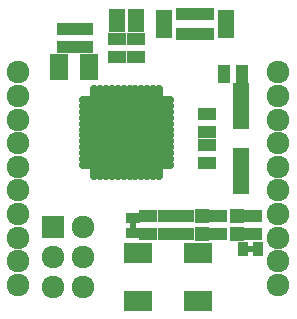
<source format=gts>
G04 (created by PCBNEW (2013-mar-13)-testing) date Thu 04 Jul 2013 15:31:34 EST*
%MOIN*%
G04 Gerber Fmt 3.4, Leading zero omitted, Abs format*
%FSLAX34Y34*%
G01*
G70*
G90*
G04 APERTURE LIST*
%ADD10C,0.003937*%
%ADD11R,0.060748X0.040748*%
%ADD12R,0.040748X0.060748*%
%ADD13R,0.051181X0.035433*%
%ADD14R,0.023748X0.074803*%
%ADD15R,0.094448X0.070848*%
%ADD16R,0.047244X0.047244*%
%ADD17R,0.055118X0.094488*%
%ADD18R,0.125984X0.043307*%
%ADD19R,0.059055X0.090551*%
%ADD20R,0.055118X0.027559*%
%ADD21R,0.075748X0.075748*%
%ADD22C,0.075748*%
%ADD23R,0.055118X0.153543*%
%ADD24O,0.027548X0.049248*%
%ADD25O,0.049248X0.027548*%
%ADD26R,0.236220X0.236220*%
%ADD27R,0.035433X0.051181*%
%ADD28R,0.074803X0.023748*%
G04 APERTURE END LIST*
G54D10*
G54D11*
X2362Y9152D03*
X2362Y9752D03*
X4688Y9410D03*
X4688Y8810D03*
X4078Y9410D03*
X4078Y8810D03*
X2972Y9152D03*
X2972Y9752D03*
X5720Y3516D03*
X5720Y2916D03*
G54D12*
X7629Y8267D03*
X8229Y8267D03*
G54D11*
X7437Y3516D03*
X7437Y2916D03*
X7062Y5906D03*
X7062Y5306D03*
X7062Y6314D03*
X7062Y6914D03*
G54D13*
X4606Y3472D03*
X4606Y2960D03*
G54D14*
X4606Y3216D03*
G54D15*
X4763Y700D03*
X4763Y2300D03*
X6763Y700D03*
X6763Y2300D03*
G54D11*
X6330Y3516D03*
X6330Y2916D03*
X5110Y3516D03*
X5110Y2916D03*
G54D16*
X6885Y3511D03*
X6885Y2921D03*
G54D17*
X7692Y9925D03*
X5645Y9925D03*
G54D18*
X6669Y9584D03*
X6669Y10265D03*
G54D19*
X2145Y8488D03*
X3129Y8488D03*
G54D20*
X4061Y10299D03*
X4061Y10043D03*
X4061Y9787D03*
X4710Y9787D03*
X4710Y10043D03*
X4710Y10299D03*
G54D21*
X1929Y3169D03*
G54D22*
X2929Y3169D03*
X1929Y2169D03*
X2929Y2169D03*
X1929Y1169D03*
X2929Y1169D03*
G54D23*
X8185Y5027D03*
X8185Y7192D03*
G54D16*
X8066Y3511D03*
X8066Y2921D03*
G54D11*
X8610Y2916D03*
X8610Y3516D03*
G54D24*
X5468Y7665D03*
X5271Y7665D03*
X5074Y7665D03*
X4877Y7665D03*
X4680Y7665D03*
X4483Y7665D03*
X4287Y7665D03*
X4090Y7665D03*
X3893Y7665D03*
X3696Y7665D03*
X3499Y7665D03*
X3302Y7665D03*
X3302Y4949D03*
X3499Y4949D03*
X3696Y4949D03*
X3893Y4949D03*
X4090Y4949D03*
X4287Y4949D03*
X4483Y4949D03*
X4680Y4949D03*
X4877Y4949D03*
X5074Y4949D03*
X5271Y4949D03*
X5468Y4949D03*
G54D25*
X3027Y7390D03*
X3027Y7193D03*
X3027Y6996D03*
X3027Y6799D03*
X3027Y6602D03*
X3027Y6405D03*
X3027Y6209D03*
X3027Y6012D03*
X3027Y5815D03*
X3027Y5618D03*
X3027Y5421D03*
X3027Y5224D03*
X5743Y5224D03*
X5743Y5421D03*
X5743Y5618D03*
X5743Y5815D03*
X5743Y6012D03*
X5743Y6209D03*
X5743Y6405D03*
X5743Y6602D03*
X5743Y6799D03*
X5743Y6996D03*
X5743Y7193D03*
X5743Y7390D03*
G54D26*
X4385Y6307D03*
G54D21*
X4385Y6307D03*
X3785Y5707D03*
X4985Y5707D03*
X4985Y6907D03*
X3785Y6907D03*
G54D27*
X8759Y2425D03*
X8248Y2425D03*
G54D28*
X8503Y2425D03*
G54D22*
X9441Y8314D03*
X9441Y5164D03*
X9441Y3590D03*
X9441Y4377D03*
X9441Y6739D03*
X9441Y5952D03*
X9441Y7527D03*
X9441Y2015D03*
X9441Y1227D03*
X9441Y2802D03*
X779Y2802D03*
X779Y1227D03*
X779Y2015D03*
X779Y7527D03*
X779Y5952D03*
X779Y6739D03*
X779Y4377D03*
X779Y3590D03*
X779Y5164D03*
X779Y8314D03*
M02*

</source>
